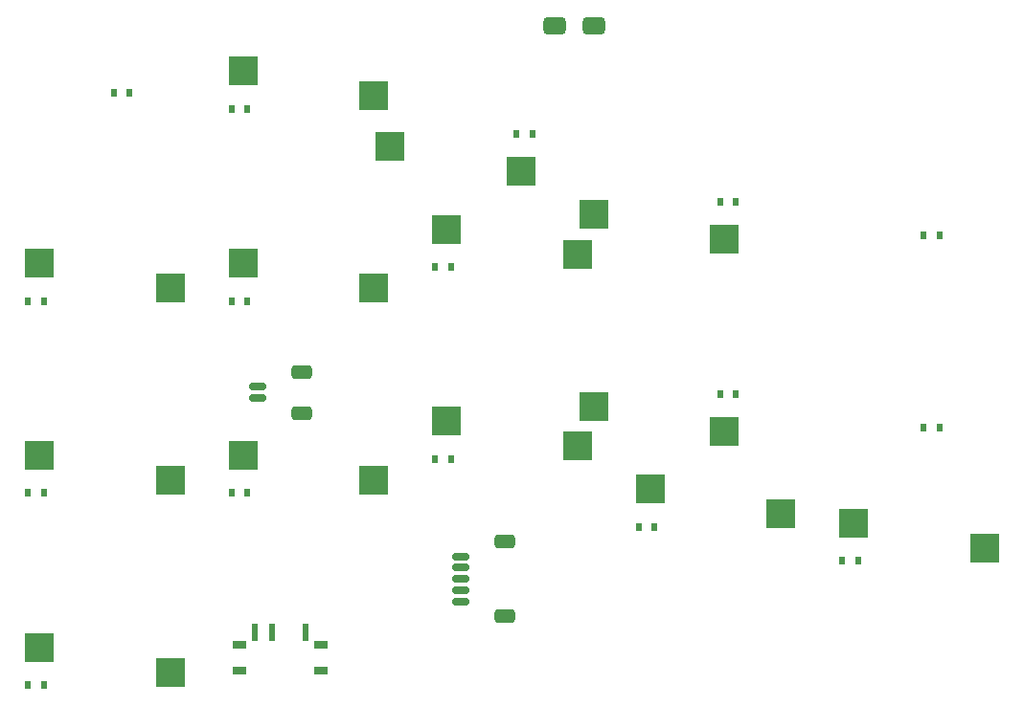
<source format=gbr>
%TF.GenerationSoftware,KiCad,Pcbnew,(7.0.0-0)*%
%TF.CreationDate,2023-06-08T17:12:38+08:00*%
%TF.ProjectId,left,6c656674-2e6b-4696-9361-645f70636258,v1.0.0*%
%TF.SameCoordinates,Original*%
%TF.FileFunction,Paste,Bot*%
%TF.FilePolarity,Positive*%
%FSLAX46Y46*%
G04 Gerber Fmt 4.6, Leading zero omitted, Abs format (unit mm)*
G04 Created by KiCad (PCBNEW (7.0.0-0)) date 2023-06-08 17:12:38*
%MOMM*%
%LPD*%
G01*
G04 APERTURE LIST*
G04 Aperture macros list*
%AMRoundRect*
0 Rectangle with rounded corners*
0 $1 Rounding radius*
0 $2 $3 $4 $5 $6 $7 $8 $9 X,Y pos of 4 corners*
0 Add a 4 corners polygon primitive as box body*
4,1,4,$2,$3,$4,$5,$6,$7,$8,$9,$2,$3,0*
0 Add four circle primitives for the rounded corners*
1,1,$1+$1,$2,$3*
1,1,$1+$1,$4,$5*
1,1,$1+$1,$6,$7*
1,1,$1+$1,$8,$9*
0 Add four rect primitives between the rounded corners*
20,1,$1+$1,$2,$3,$4,$5,0*
20,1,$1+$1,$4,$5,$6,$7,0*
20,1,$1+$1,$6,$7,$8,$9,0*
20,1,$1+$1,$8,$9,$2,$3,0*%
G04 Aperture macros list end*
%ADD10R,0.600000X0.700000*%
%ADD11R,0.600000X1.524000*%
%ADD12R,1.200000X0.700000*%
%ADD13RoundRect,0.381000X0.619000X0.381000X-0.619000X0.381000X-0.619000X-0.381000X0.619000X-0.381000X0*%
%ADD14RoundRect,0.378000X0.622000X0.378000X-0.622000X0.378000X-0.622000X-0.378000X0.622000X-0.378000X0*%
%ADD15RoundRect,0.150000X-0.625000X0.150000X-0.625000X-0.150000X0.625000X-0.150000X0.625000X0.150000X0*%
%ADD16RoundRect,0.250000X-0.650000X0.350000X-0.650000X-0.350000X0.650000X-0.350000X0.650000X0.350000X0*%
%ADD17R,2.600000X2.600000*%
G04 APERTURE END LIST*
D10*
%TO.C,D1*%
X74899999Y42399999D03*
X76299999Y42399999D03*
%TD*%
%TO.C,D2*%
X74899999Y25399999D03*
X76299999Y25399999D03*
%TD*%
%TO.C,D3*%
X4699999Y54999999D03*
X3299999Y54999999D03*
%TD*%
D11*
%TO.C,SS1*%
X20249999Y7319999D03*
X17249999Y7319999D03*
X15749999Y7319999D03*
D12*
X21599999Y3919999D03*
X21599999Y6219999D03*
X14399999Y3919999D03*
X14399999Y6219999D03*
%TD*%
D13*
%TO.C,SB1*%
X45750000Y61000000D03*
D14*
X42250000Y61000000D03*
%TD*%
D15*
%TO.C,JB1*%
X16000000Y28000000D03*
X16000000Y29000000D03*
D16*
X19875000Y26700000D03*
X19875000Y30300000D03*
%TD*%
D15*
%TO.C,JC1*%
X34000000Y10000000D03*
X34000000Y11000000D03*
X34000000Y12000000D03*
X34000000Y13000000D03*
X34000000Y14000000D03*
D16*
X37875000Y15300000D03*
X37875000Y8700000D03*
%TD*%
D17*
%TO.C,S3*%
X-3274999Y39949999D03*
X8274999Y37749999D03*
%TD*%
D10*
%TO.C,D4*%
X-2899999Y36599999D03*
X-4299999Y36599999D03*
%TD*%
D17*
%TO.C,S4*%
X-3274999Y22949999D03*
X8274999Y20749999D03*
%TD*%
D10*
%TO.C,D5*%
X-2899999Y19599999D03*
X-4299999Y19599999D03*
%TD*%
D17*
%TO.C,S5*%
X-3274999Y5949999D03*
X8274999Y3749999D03*
%TD*%
D10*
%TO.C,D6*%
X-2899999Y2599999D03*
X-4299999Y2599999D03*
%TD*%
D17*
%TO.C,S6*%
X14724999Y56949999D03*
X26274999Y54749999D03*
%TD*%
D10*
%TO.C,D7*%
X15099999Y53599999D03*
X13699999Y53599999D03*
%TD*%
D17*
%TO.C,S7*%
X14724999Y39949999D03*
X26274999Y37749999D03*
%TD*%
D10*
%TO.C,D8*%
X15099999Y36599999D03*
X13699999Y36599999D03*
%TD*%
D17*
%TO.C,S8*%
X14724999Y22949999D03*
X26274999Y20749999D03*
%TD*%
D10*
%TO.C,D9*%
X15099999Y19599999D03*
X13699999Y19599999D03*
%TD*%
D17*
%TO.C,S9*%
X39274999Y48049999D03*
X27724999Y50249999D03*
%TD*%
D10*
%TO.C,D10*%
X38899999Y51399999D03*
X40299999Y51399999D03*
%TD*%
D17*
%TO.C,S10*%
X32724999Y42949999D03*
X44274999Y40749999D03*
%TD*%
D10*
%TO.C,D11*%
X33099999Y39599999D03*
X31699999Y39599999D03*
%TD*%
D17*
%TO.C,S11*%
X32724999Y25949999D03*
X44274999Y23749999D03*
%TD*%
D10*
%TO.C,D12*%
X33099999Y22599999D03*
X31699999Y22599999D03*
%TD*%
D17*
%TO.C,S12*%
X57274999Y42049999D03*
X45724999Y44249999D03*
%TD*%
D10*
%TO.C,D13*%
X56899999Y45399999D03*
X58299999Y45399999D03*
%TD*%
D17*
%TO.C,S13*%
X57274999Y25049999D03*
X45724999Y27249999D03*
%TD*%
D10*
%TO.C,D14*%
X56899999Y28399999D03*
X58299999Y28399999D03*
%TD*%
D17*
%TO.C,S14*%
X50724999Y19949999D03*
X62274999Y17749999D03*
%TD*%
D10*
%TO.C,D15*%
X51099999Y16599999D03*
X49699999Y16599999D03*
%TD*%
D17*
%TO.C,S15*%
X68724999Y16949999D03*
X80274999Y14749999D03*
%TD*%
D10*
%TO.C,D16*%
X69099999Y13599999D03*
X67699999Y13599999D03*
%TD*%
M02*

</source>
